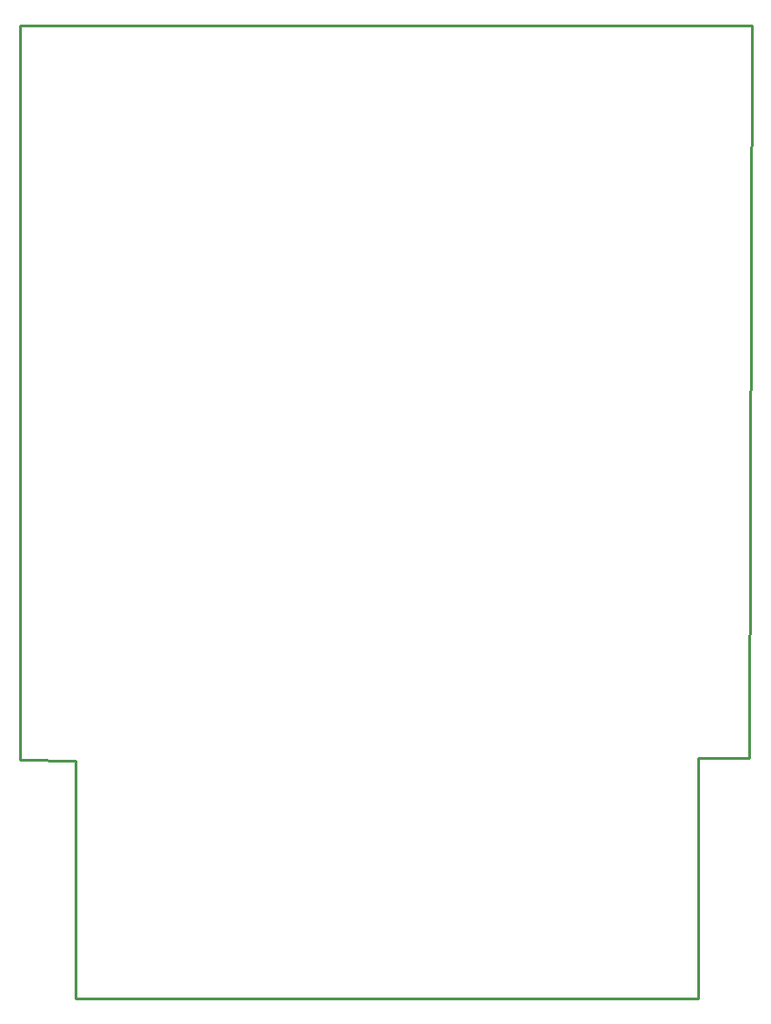
<source format=gbr>
G04 EAGLE Gerber RS-274X export*
G75*
%MOMM*%
%FSLAX34Y34*%
%LPD*%
%IN*%
%IPPOS*%
%AMOC8*
5,1,8,0,0,1.08239X$1,22.5*%
G01*
%ADD10C,0.254000*%


D10*
X-49530Y229108D02*
X2794Y228346D01*
X2794Y7366D01*
X581914Y7366D01*
X581914Y230886D01*
X628904Y230886D01*
X631444Y911606D01*
X-49276Y911606D01*
X-49530Y229108D01*
M02*

</source>
